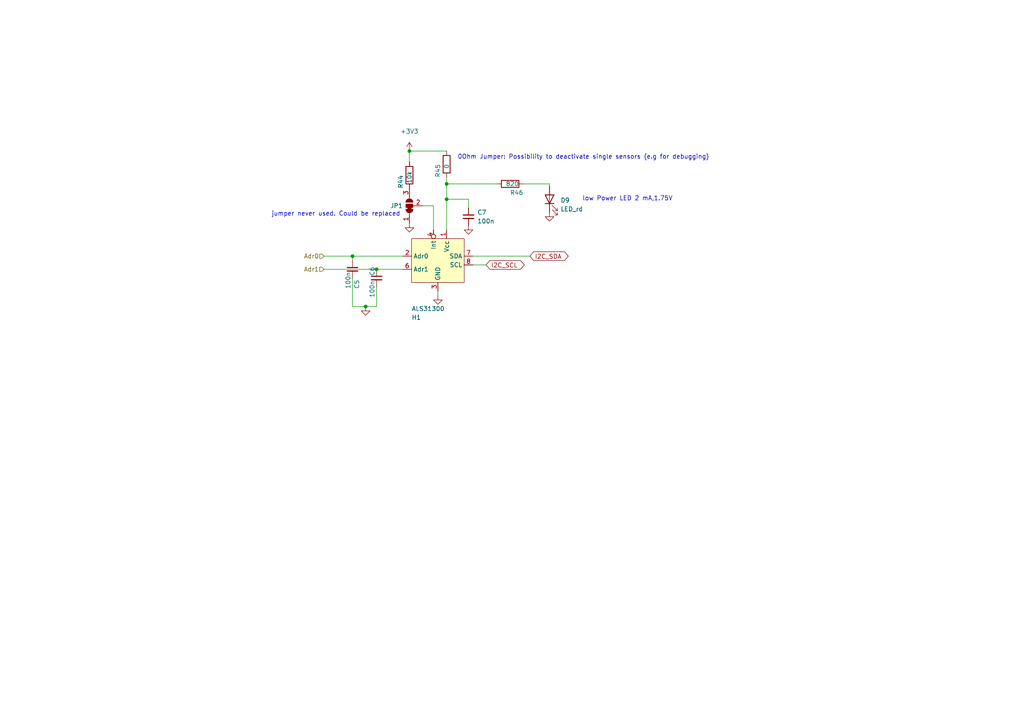
<source format=kicad_sch>
(kicad_sch (version 20230121) (generator eeschema)

  (uuid a79f98c3-8a9f-4236-a9ab-d77f0135e897)

  (paper "A4")

  (lib_symbols
    (symbol "1_ProjectSpecific:ALS31300" (in_bom yes) (on_board yes)
      (property "Reference" "H" (at 5.08 2.54 0)
        (effects (font (size 1.27 1.27)))
      )
      (property "Value" "ALS31300" (at 10.16 5.08 0)
        (effects (font (size 1.27 1.27)))
      )
      (property "Footprint" "" (at 2.54 0 0)
        (effects (font (size 1.27 1.27)) hide)
      )
      (property "Datasheet" "" (at 2.54 0 0)
        (effects (font (size 1.27 1.27)) hide)
      )
      (symbol "ALS31300_0_0"
        (pin power_in line (at 2.54 2.54 270) (length 2.54)
          (name "Vcc" (effects (font (size 1.27 1.27))))
          (number "1" (effects (font (size 1.27 1.27))))
        )
        (pin no_connect line (at -7.62 -20.32 0) (length 2.54) hide
          (name "NC" (effects (font (size 1.27 1.27))))
          (number "10" (effects (font (size 1.27 1.27))))
        )
        (pin input line (at -10.16 -5.08 0) (length 2.54)
          (name "Adr0" (effects (font (size 1.27 1.27))))
          (number "2" (effects (font (size 1.27 1.27))))
        )
        (pin power_out line (at 0 -15.24 90) (length 2.54)
          (name "GND" (effects (font (size 1.27 1.27))))
          (number "3" (effects (font (size 1.27 1.27))))
        )
        (pin input inverted (at -1.27 2.54 270) (length 2.54)
          (name "Int" (effects (font (size 1.27 1.27))))
          (number "4" (effects (font (size 1.27 1.27))))
        )
        (pin no_connect line (at -7.62 -15.24 0) (length 2.54) hide
          (name "NC" (effects (font (size 1.27 1.27))))
          (number "5" (effects (font (size 1.27 1.27))))
        )
        (pin input line (at -10.16 -8.89 0) (length 2.54)
          (name "Adr1" (effects (font (size 1.27 1.27))))
          (number "6" (effects (font (size 1.27 1.27))))
        )
        (pin bidirectional line (at 10.16 -5.08 180) (length 2.54)
          (name "SDA" (effects (font (size 1.27 1.27))))
          (number "7" (effects (font (size 1.27 1.27))))
        )
        (pin bidirectional line (at 10.16 -7.62 180) (length 2.54)
          (name "SCL" (effects (font (size 1.27 1.27))))
          (number "8" (effects (font (size 1.27 1.27))))
        )
        (pin no_connect line (at -7.62 -17.78 0) (length 2.54) hide
          (name "NC" (effects (font (size 1.27 1.27))))
          (number "9" (effects (font (size 1.27 1.27))))
        )
      )
      (symbol "ALS31300_0_1"
        (rectangle (start -7.62 0) (end 7.62 -12.7)
          (stroke (width 0) (type default))
          (fill (type background))
        )
      )
    )
    (symbol "Device:C_Small" (pin_numbers hide) (pin_names (offset 0.254) hide) (in_bom yes) (on_board yes)
      (property "Reference" "C" (at 0.254 1.778 0)
        (effects (font (size 1.27 1.27)) (justify left))
      )
      (property "Value" "C_Small" (at 0.254 -2.032 0)
        (effects (font (size 1.27 1.27)) (justify left))
      )
      (property "Footprint" "" (at 0 0 0)
        (effects (font (size 1.27 1.27)) hide)
      )
      (property "Datasheet" "~" (at 0 0 0)
        (effects (font (size 1.27 1.27)) hide)
      )
      (property "ki_keywords" "capacitor cap" (at 0 0 0)
        (effects (font (size 1.27 1.27)) hide)
      )
      (property "ki_description" "Unpolarized capacitor, small symbol" (at 0 0 0)
        (effects (font (size 1.27 1.27)) hide)
      )
      (property "ki_fp_filters" "C_*" (at 0 0 0)
        (effects (font (size 1.27 1.27)) hide)
      )
      (symbol "C_Small_0_1"
        (polyline
          (pts
            (xy -1.524 -0.508)
            (xy 1.524 -0.508)
          )
          (stroke (width 0.3302) (type default))
          (fill (type none))
        )
        (polyline
          (pts
            (xy -1.524 0.508)
            (xy 1.524 0.508)
          )
          (stroke (width 0.3048) (type default))
          (fill (type none))
        )
      )
      (symbol "C_Small_1_1"
        (pin passive line (at 0 2.54 270) (length 2.032)
          (name "~" (effects (font (size 1.27 1.27))))
          (number "1" (effects (font (size 1.27 1.27))))
        )
        (pin passive line (at 0 -2.54 90) (length 2.032)
          (name "~" (effects (font (size 1.27 1.27))))
          (number "2" (effects (font (size 1.27 1.27))))
        )
      )
    )
    (symbol "Device:LED" (pin_numbers hide) (pin_names (offset 1.016) hide) (in_bom yes) (on_board yes)
      (property "Reference" "D" (at 0 2.54 0)
        (effects (font (size 1.27 1.27)))
      )
      (property "Value" "LED" (at 0 -2.54 0)
        (effects (font (size 1.27 1.27)))
      )
      (property "Footprint" "" (at 0 0 0)
        (effects (font (size 1.27 1.27)) hide)
      )
      (property "Datasheet" "~" (at 0 0 0)
        (effects (font (size 1.27 1.27)) hide)
      )
      (property "ki_keywords" "LED diode" (at 0 0 0)
        (effects (font (size 1.27 1.27)) hide)
      )
      (property "ki_description" "Light emitting diode" (at 0 0 0)
        (effects (font (size 1.27 1.27)) hide)
      )
      (property "ki_fp_filters" "LED* LED_SMD:* LED_THT:*" (at 0 0 0)
        (effects (font (size 1.27 1.27)) hide)
      )
      (symbol "LED_0_1"
        (polyline
          (pts
            (xy -1.27 -1.27)
            (xy -1.27 1.27)
          )
          (stroke (width 0.254) (type default))
          (fill (type none))
        )
        (polyline
          (pts
            (xy -1.27 0)
            (xy 1.27 0)
          )
          (stroke (width 0) (type default))
          (fill (type none))
        )
        (polyline
          (pts
            (xy 1.27 -1.27)
            (xy 1.27 1.27)
            (xy -1.27 0)
            (xy 1.27 -1.27)
          )
          (stroke (width 0.254) (type default))
          (fill (type none))
        )
        (polyline
          (pts
            (xy -3.048 -0.762)
            (xy -4.572 -2.286)
            (xy -3.81 -2.286)
            (xy -4.572 -2.286)
            (xy -4.572 -1.524)
          )
          (stroke (width 0) (type default))
          (fill (type none))
        )
        (polyline
          (pts
            (xy -1.778 -0.762)
            (xy -3.302 -2.286)
            (xy -2.54 -2.286)
            (xy -3.302 -2.286)
            (xy -3.302 -1.524)
          )
          (stroke (width 0) (type default))
          (fill (type none))
        )
      )
      (symbol "LED_1_1"
        (pin passive line (at -3.81 0 0) (length 2.54)
          (name "K" (effects (font (size 1.27 1.27))))
          (number "1" (effects (font (size 1.27 1.27))))
        )
        (pin passive line (at 3.81 0 180) (length 2.54)
          (name "A" (effects (font (size 1.27 1.27))))
          (number "2" (effects (font (size 1.27 1.27))))
        )
      )
    )
    (symbol "Device:R" (pin_numbers hide) (pin_names (offset 0)) (in_bom yes) (on_board yes)
      (property "Reference" "R" (at 2.032 0 90)
        (effects (font (size 1.27 1.27)))
      )
      (property "Value" "R" (at 0 0 90)
        (effects (font (size 1.27 1.27)))
      )
      (property "Footprint" "" (at -1.778 0 90)
        (effects (font (size 1.27 1.27)) hide)
      )
      (property "Datasheet" "~" (at 0 0 0)
        (effects (font (size 1.27 1.27)) hide)
      )
      (property "ki_keywords" "R res resistor" (at 0 0 0)
        (effects (font (size 1.27 1.27)) hide)
      )
      (property "ki_description" "Resistor" (at 0 0 0)
        (effects (font (size 1.27 1.27)) hide)
      )
      (property "ki_fp_filters" "R_*" (at 0 0 0)
        (effects (font (size 1.27 1.27)) hide)
      )
      (symbol "R_0_1"
        (rectangle (start -1.016 -2.54) (end 1.016 2.54)
          (stroke (width 0.254) (type default))
          (fill (type none))
        )
      )
      (symbol "R_1_1"
        (pin passive line (at 0 3.81 270) (length 1.27)
          (name "~" (effects (font (size 1.27 1.27))))
          (number "1" (effects (font (size 1.27 1.27))))
        )
        (pin passive line (at 0 -3.81 90) (length 1.27)
          (name "~" (effects (font (size 1.27 1.27))))
          (number "2" (effects (font (size 1.27 1.27))))
        )
      )
    )
    (symbol "Jumper:SolderJumper_3_Bridged12" (pin_names (offset 0) hide) (in_bom yes) (on_board yes)
      (property "Reference" "JP" (at -2.54 -2.54 0)
        (effects (font (size 1.27 1.27)))
      )
      (property "Value" "SolderJumper_3_Bridged12" (at 0 2.794 0)
        (effects (font (size 1.27 1.27)))
      )
      (property "Footprint" "" (at 0 0 0)
        (effects (font (size 1.27 1.27)) hide)
      )
      (property "Datasheet" "~" (at 0 0 0)
        (effects (font (size 1.27 1.27)) hide)
      )
      (property "ki_keywords" "Solder Jumper SPDT" (at 0 0 0)
        (effects (font (size 1.27 1.27)) hide)
      )
      (property "ki_description" "3-pole Solder Jumper, pins 1+2 closed/bridged" (at 0 0 0)
        (effects (font (size 1.27 1.27)) hide)
      )
      (property "ki_fp_filters" "SolderJumper*Bridged12*" (at 0 0 0)
        (effects (font (size 1.27 1.27)) hide)
      )
      (symbol "SolderJumper_3_Bridged12_0_1"
        (rectangle (start -1.016 0.508) (end -0.508 -0.508)
          (stroke (width 0) (type default))
          (fill (type outline))
        )
        (arc (start -1.016 1.016) (mid -2.0276 0) (end -1.016 -1.016)
          (stroke (width 0) (type default))
          (fill (type none))
        )
        (arc (start -1.016 1.016) (mid -2.0276 0) (end -1.016 -1.016)
          (stroke (width 0) (type default))
          (fill (type outline))
        )
        (rectangle (start -0.508 1.016) (end 0.508 -1.016)
          (stroke (width 0) (type default))
          (fill (type outline))
        )
        (polyline
          (pts
            (xy -2.54 0)
            (xy -2.032 0)
          )
          (stroke (width 0) (type default))
          (fill (type none))
        )
        (polyline
          (pts
            (xy -1.016 1.016)
            (xy -1.016 -1.016)
          )
          (stroke (width 0) (type default))
          (fill (type none))
        )
        (polyline
          (pts
            (xy 0 -1.27)
            (xy 0 -1.016)
          )
          (stroke (width 0) (type default))
          (fill (type none))
        )
        (polyline
          (pts
            (xy 1.016 1.016)
            (xy 1.016 -1.016)
          )
          (stroke (width 0) (type default))
          (fill (type none))
        )
        (polyline
          (pts
            (xy 2.54 0)
            (xy 2.032 0)
          )
          (stroke (width 0) (type default))
          (fill (type none))
        )
        (arc (start 1.016 -1.016) (mid 2.0276 0) (end 1.016 1.016)
          (stroke (width 0) (type default))
          (fill (type none))
        )
        (arc (start 1.016 -1.016) (mid 2.0276 0) (end 1.016 1.016)
          (stroke (width 0) (type default))
          (fill (type outline))
        )
      )
      (symbol "SolderJumper_3_Bridged12_1_1"
        (pin passive line (at -5.08 0 0) (length 2.54)
          (name "A" (effects (font (size 1.27 1.27))))
          (number "1" (effects (font (size 1.27 1.27))))
        )
        (pin passive line (at 0 -3.81 90) (length 2.54)
          (name "C" (effects (font (size 1.27 1.27))))
          (number "2" (effects (font (size 1.27 1.27))))
        )
        (pin passive line (at 5.08 0 180) (length 2.54)
          (name "B" (effects (font (size 1.27 1.27))))
          (number "3" (effects (font (size 1.27 1.27))))
        )
      )
    )
    (symbol "power:+3.3V" (power) (pin_names (offset 0)) (in_bom yes) (on_board yes)
      (property "Reference" "#PWR" (at 0 -3.81 0)
        (effects (font (size 1.27 1.27)) hide)
      )
      (property "Value" "+3.3V" (at 0 3.556 0)
        (effects (font (size 1.27 1.27)))
      )
      (property "Footprint" "" (at 0 0 0)
        (effects (font (size 1.27 1.27)) hide)
      )
      (property "Datasheet" "" (at 0 0 0)
        (effects (font (size 1.27 1.27)) hide)
      )
      (property "ki_keywords" "power-flag" (at 0 0 0)
        (effects (font (size 1.27 1.27)) hide)
      )
      (property "ki_description" "Power symbol creates a global label with name \"+3.3V\"" (at 0 0 0)
        (effects (font (size 1.27 1.27)) hide)
      )
      (symbol "+3.3V_0_1"
        (polyline
          (pts
            (xy -0.762 1.27)
            (xy 0 2.54)
          )
          (stroke (width 0) (type default))
          (fill (type none))
        )
        (polyline
          (pts
            (xy 0 0)
            (xy 0 2.54)
          )
          (stroke (width 0) (type default))
          (fill (type none))
        )
        (polyline
          (pts
            (xy 0 2.54)
            (xy 0.762 1.27)
          )
          (stroke (width 0) (type default))
          (fill (type none))
        )
      )
      (symbol "+3.3V_1_1"
        (pin power_in line (at 0 0 90) (length 0) hide
          (name "+3V3" (effects (font (size 1.27 1.27))))
          (number "1" (effects (font (size 1.27 1.27))))
        )
      )
    )
    (symbol "power:GND" (power) (pin_names (offset 0)) (in_bom yes) (on_board yes)
      (property "Reference" "#PWR" (at 0 -6.35 0)
        (effects (font (size 1.27 1.27)) hide)
      )
      (property "Value" "GND" (at 0 -3.81 0)
        (effects (font (size 1.27 1.27)))
      )
      (property "Footprint" "" (at 0 0 0)
        (effects (font (size 1.27 1.27)) hide)
      )
      (property "Datasheet" "" (at 0 0 0)
        (effects (font (size 1.27 1.27)) hide)
      )
      (property "ki_keywords" "power-flag" (at 0 0 0)
        (effects (font (size 1.27 1.27)) hide)
      )
      (property "ki_description" "Power symbol creates a global label with name \"GND\" , ground" (at 0 0 0)
        (effects (font (size 1.27 1.27)) hide)
      )
      (symbol "GND_0_1"
        (polyline
          (pts
            (xy 0 0)
            (xy 0 -1.27)
            (xy 1.27 -1.27)
            (xy 0 -2.54)
            (xy -1.27 -1.27)
            (xy 0 -1.27)
          )
          (stroke (width 0) (type default))
          (fill (type none))
        )
      )
      (symbol "GND_1_1"
        (pin power_in line (at 0 0 270) (length 0) hide
          (name "GND" (effects (font (size 1.27 1.27))))
          (number "1" (effects (font (size 1.27 1.27))))
        )
      )
    )
  )

  (junction (at 106.045 88.9) (diameter 0) (color 0 0 0 0)
    (uuid 3649ba55-3e73-4d30-8f26-73dc4a5ac00c)
  )
  (junction (at 129.54 57.785) (diameter 0) (color 0 0 0 0)
    (uuid 534b8459-84d1-4758-a359-44eaf7616a8b)
  )
  (junction (at 102.235 74.295) (diameter 0) (color 0 0 0 0)
    (uuid 6e073515-db61-4423-b7e7-f42b3f6225be)
  )
  (junction (at 118.745 43.815) (diameter 0) (color 0 0 0 0)
    (uuid 917153fa-9d90-4d02-a485-8d08065584c2)
  )
  (junction (at 129.54 53.34) (diameter 0) (color 0 0 0 0)
    (uuid 94c20eb2-6f5f-44bf-b525-acedaf4b3c04)
  )
  (junction (at 109.22 78.105) (diameter 0) (color 0 0 0 0)
    (uuid c5436ca5-a339-4a67-8a83-b8838b9047a9)
  )

  (wire (pts (xy 129.54 53.34) (xy 144.145 53.34))
    (stroke (width 0) (type default))
    (uuid 059adb6c-6c02-451f-8a93-35d98e388f5f)
  )
  (wire (pts (xy 137.16 76.835) (xy 140.97 76.835))
    (stroke (width 0) (type default))
    (uuid 16fc7e98-1925-4bf4-b633-01ad371ecc00)
  )
  (wire (pts (xy 129.54 51.435) (xy 129.54 53.34))
    (stroke (width 0) (type default))
    (uuid 17f9a409-8f81-41c9-9e31-ee42ec4e1adf)
  )
  (wire (pts (xy 102.235 80.645) (xy 102.235 88.9))
    (stroke (width 0) (type default))
    (uuid 18f43637-382b-47f2-842f-9b987603d832)
  )
  (wire (pts (xy 106.045 88.9) (xy 109.22 88.9))
    (stroke (width 0) (type default))
    (uuid 4f1f045e-b8df-4ba1-b40d-b82ca4e366f6)
  )
  (wire (pts (xy 129.54 57.785) (xy 129.54 66.675))
    (stroke (width 0) (type default))
    (uuid 4f299205-4cbd-429e-8236-92c1b7258b07)
  )
  (wire (pts (xy 127 84.455) (xy 127 85.725))
    (stroke (width 0) (type default))
    (uuid 5987a137-27d1-4fee-8114-98e0c8890870)
  )
  (wire (pts (xy 93.98 74.295) (xy 102.235 74.295))
    (stroke (width 0) (type default))
    (uuid 609ba021-4993-474a-8a76-31e4234225db)
  )
  (wire (pts (xy 102.235 74.295) (xy 102.235 75.565))
    (stroke (width 0) (type default))
    (uuid 61b5a5d0-ecb0-4906-8549-adc6806a3a60)
  )
  (wire (pts (xy 129.54 53.34) (xy 129.54 57.785))
    (stroke (width 0) (type default))
    (uuid 6f2158cd-f5e2-48a3-b76b-eb46e8efd9b3)
  )
  (wire (pts (xy 125.73 59.69) (xy 125.73 66.675))
    (stroke (width 0) (type default))
    (uuid 7638b0e3-304c-4a57-9d3b-bfd42ffd033e)
  )
  (wire (pts (xy 135.89 60.325) (xy 135.89 57.785))
    (stroke (width 0) (type default))
    (uuid 8f0ae0ca-28e3-4bc5-b675-5306d5db5986)
  )
  (wire (pts (xy 109.22 78.105) (xy 116.84 78.105))
    (stroke (width 0) (type default))
    (uuid 98ed8a75-b168-4066-ba73-3957e17d4bdb)
  )
  (wire (pts (xy 109.22 88.9) (xy 109.22 83.185))
    (stroke (width 0) (type default))
    (uuid aa4b0bf3-bbe8-4ab3-8654-c18168c4f9e2)
  )
  (wire (pts (xy 102.235 88.9) (xy 106.045 88.9))
    (stroke (width 0) (type default))
    (uuid ba5ee939-a48c-4bf9-a641-71c959a4d3f6)
  )
  (wire (pts (xy 118.745 43.815) (xy 118.745 46.99))
    (stroke (width 0) (type default))
    (uuid bb22819c-02b9-468f-87c5-75a4564c2da4)
  )
  (wire (pts (xy 159.385 53.34) (xy 159.385 53.975))
    (stroke (width 0) (type default))
    (uuid bed9442f-0fe4-4cab-af62-f4eabccb9680)
  )
  (wire (pts (xy 151.765 53.34) (xy 159.385 53.34))
    (stroke (width 0) (type default))
    (uuid c9d71bbf-08af-486f-a8f3-b5ee640a21f5)
  )
  (wire (pts (xy 118.745 43.815) (xy 129.54 43.815))
    (stroke (width 0) (type default))
    (uuid d999f0d6-7155-43e9-a18b-26202bd7a02f)
  )
  (wire (pts (xy 93.98 78.105) (xy 109.22 78.105))
    (stroke (width 0) (type default))
    (uuid de942e18-c327-4aae-9fa2-e1389fe22a37)
  )
  (wire (pts (xy 116.84 74.295) (xy 102.235 74.295))
    (stroke (width 0) (type default))
    (uuid e8880d8f-c8aa-43e9-adf9-1ecd006d7629)
  )
  (wire (pts (xy 137.16 74.295) (xy 153.67 74.295))
    (stroke (width 0) (type default))
    (uuid f5e3ae04-2991-4326-aa77-897fa9585fe5)
  )
  (wire (pts (xy 129.54 57.785) (xy 135.89 57.785))
    (stroke (width 0) (type default))
    (uuid f7815787-f12c-4dd0-bae4-9cc46834c7a2)
  )
  (wire (pts (xy 122.555 59.69) (xy 125.73 59.69))
    (stroke (width 0) (type default))
    (uuid f97cd414-bd6d-4d0e-a15d-a056ff65397e)
  )

  (text "low Power LED 2 mA,1.75V" (at 168.91 58.42 0)
    (effects (font (size 1.27 1.27)) (justify left bottom))
    (uuid 0b540927-eb93-4fef-90de-fa83b8859506)
  )
  (text "jumper never used. Could be replaced" (at 78.74 62.865 0)
    (effects (font (size 1.27 1.27)) (justify left bottom))
    (uuid 2a47a6c9-ae9f-4c3f-b26d-a650d220e5a0)
  )
  (text "0Ohm Jumper: Possibility to deactivate single sensors (e.g for debugging)"
    (at 132.715 46.355 0)
    (effects (font (size 1.27 1.27)) (justify left bottom))
    (uuid be801958-ee59-437c-8d0a-f53f6def0b22)
  )

  (global_label "I2C_SDA" (shape bidirectional) (at 153.67 74.295 0) (fields_autoplaced)
    (effects (font (size 1.27 1.27)) (justify left))
    (uuid 7cf702c6-1531-4d60-81f6-85df7210c834)
    (property "Intersheetrefs" "${INTERSHEET_REFS}" (at 163.7031 74.2156 0)
      (effects (font (size 1.27 1.27)) (justify left) hide)
    )
  )
  (global_label "I2C_SCL" (shape bidirectional) (at 140.97 76.835 0) (fields_autoplaced)
    (effects (font (size 1.27 1.27)) (justify left))
    (uuid 81dba2db-f83c-4358-b126-220f3aa7db56)
    (property "Intersheetrefs" "${INTERSHEET_REFS}" (at 150.9426 76.7556 0)
      (effects (font (size 1.27 1.27)) (justify left) hide)
    )
  )

  (hierarchical_label "Adr0" (shape input) (at 93.98 74.295 180) (fields_autoplaced)
    (effects (font (size 1.27 1.27)) (justify right))
    (uuid 6a2d3c83-14d0-47e6-b07e-4c4244edef92)
  )
  (hierarchical_label "Adr1" (shape input) (at 93.98 78.105 180) (fields_autoplaced)
    (effects (font (size 1.27 1.27)) (justify right))
    (uuid e0fc6280-1ff0-4d60-bc40-0533a552aa63)
  )

  (symbol (lib_id "Device:C_Small") (at 109.22 80.645 0) (unit 1)
    (in_bom yes) (on_board yes) (dnp no)
    (uuid 074fcfd9-3831-41f3-b921-01b2a83ed0f7)
    (property "Reference" "C6" (at 107.95 80.01 90)
      (effects (font (size 1.27 1.27)) (justify left))
    )
    (property "Value" "100n" (at 107.95 86.36 90)
      (effects (font (size 1.27 1.27)) (justify left))
    )
    (property "Footprint" "Resistor_SMD:R_0603_1608Metric_Pad0.98x0.95mm_HandSolder" (at 109.22 80.645 0)
      (effects (font (size 1.27 1.27)) hide)
    )
    (property "Datasheet" "~" (at 109.22 80.645 0)
      (effects (font (size 1.27 1.27)) hide)
    )
    (pin "1" (uuid 232ff46d-1187-4af2-962b-18cccd1afc32))
    (pin "2" (uuid 04d13975-21d8-469c-a11e-750b38fc074e))
    (instances
      (project "Hall_Probe_8Ch"
        (path "/eaef1172-3351-417c-bfc4-74a598f141cb/5669b03a-cb3c-4e17-8b4b-9ed850762887/158eb6b1-93f4-4fdc-a942-ff6eb9624f70"
          (reference "C6") (unit 1)
        )
        (path "/eaef1172-3351-417c-bfc4-74a598f141cb/5669b03a-cb3c-4e17-8b4b-9ed850762887/69842da6-c56f-430f-8d11-a16e4774c084"
          (reference "C9") (unit 1)
        )
        (path "/eaef1172-3351-417c-bfc4-74a598f141cb/5669b03a-cb3c-4e17-8b4b-9ed850762887/8a363ec9-8665-4f1b-b3d2-cde6f1095095"
          (reference "C12") (unit 1)
        )
        (path "/eaef1172-3351-417c-bfc4-74a598f141cb/5669b03a-cb3c-4e17-8b4b-9ed850762887/f07f7839-a5e0-4cca-abc5-5439ea065a5b"
          (reference "C15") (unit 1)
        )
        (path "/eaef1172-3351-417c-bfc4-74a598f141cb/5669b03a-cb3c-4e17-8b4b-9ed850762887/569a3cbb-12f7-4dfa-9763-ea678c314be6"
          (reference "C18") (unit 1)
        )
        (path "/eaef1172-3351-417c-bfc4-74a598f141cb/5669b03a-cb3c-4e17-8b4b-9ed850762887/8490384f-3e59-4f9c-97df-230e7c0a58d8"
          (reference "C21") (unit 1)
        )
        (path "/eaef1172-3351-417c-bfc4-74a598f141cb/5669b03a-cb3c-4e17-8b4b-9ed850762887/cd51d0fa-eb85-45fd-bb91-5f1b76792b45"
          (reference "C24") (unit 1)
        )
        (path "/eaef1172-3351-417c-bfc4-74a598f141cb/5669b03a-cb3c-4e17-8b4b-9ed850762887/fc23ea34-3bce-43fe-a150-0e5ced943999"
          (reference "C27") (unit 1)
        )
      )
    )
  )

  (symbol (lib_id "Device:C_Small") (at 102.235 78.105 0) (unit 1)
    (in_bom yes) (on_board yes) (dnp no)
    (uuid 2080ff40-6d93-453f-815a-1ef532eb7a0f)
    (property "Reference" "C5" (at 103.505 83.82 90)
      (effects (font (size 1.27 1.27)) (justify left))
    )
    (property "Value" "100n" (at 100.965 83.82 90)
      (effects (font (size 1.27 1.27)) (justify left))
    )
    (property "Footprint" "Resistor_SMD:R_0603_1608Metric_Pad0.98x0.95mm_HandSolder" (at 102.235 78.105 0)
      (effects (font (size 1.27 1.27)) hide)
    )
    (property "Datasheet" "~" (at 102.235 78.105 0)
      (effects (font (size 1.27 1.27)) hide)
    )
    (pin "1" (uuid 9dc5e74e-fc7b-487f-8edb-890f45c3456f))
    (pin "2" (uuid 59962c6b-70be-4df0-96e9-961a7b71bf95))
    (instances
      (project "Hall_Probe_8Ch"
        (path "/eaef1172-3351-417c-bfc4-74a598f141cb/5669b03a-cb3c-4e17-8b4b-9ed850762887/158eb6b1-93f4-4fdc-a942-ff6eb9624f70"
          (reference "C5") (unit 1)
        )
        (path "/eaef1172-3351-417c-bfc4-74a598f141cb/5669b03a-cb3c-4e17-8b4b-9ed850762887/69842da6-c56f-430f-8d11-a16e4774c084"
          (reference "C8") (unit 1)
        )
        (path "/eaef1172-3351-417c-bfc4-74a598f141cb/5669b03a-cb3c-4e17-8b4b-9ed850762887/8a363ec9-8665-4f1b-b3d2-cde6f1095095"
          (reference "C11") (unit 1)
        )
        (path "/eaef1172-3351-417c-bfc4-74a598f141cb/5669b03a-cb3c-4e17-8b4b-9ed850762887/f07f7839-a5e0-4cca-abc5-5439ea065a5b"
          (reference "C14") (unit 1)
        )
        (path "/eaef1172-3351-417c-bfc4-74a598f141cb/5669b03a-cb3c-4e17-8b4b-9ed850762887/569a3cbb-12f7-4dfa-9763-ea678c314be6"
          (reference "C17") (unit 1)
        )
        (path "/eaef1172-3351-417c-bfc4-74a598f141cb/5669b03a-cb3c-4e17-8b4b-9ed850762887/8490384f-3e59-4f9c-97df-230e7c0a58d8"
          (reference "C20") (unit 1)
        )
        (path "/eaef1172-3351-417c-bfc4-74a598f141cb/5669b03a-cb3c-4e17-8b4b-9ed850762887/cd51d0fa-eb85-45fd-bb91-5f1b76792b45"
          (reference "C23") (unit 1)
        )
        (path "/eaef1172-3351-417c-bfc4-74a598f141cb/5669b03a-cb3c-4e17-8b4b-9ed850762887/fc23ea34-3bce-43fe-a150-0e5ced943999"
          (reference "C26") (unit 1)
        )
      )
    )
  )

  (symbol (lib_id "Device:LED") (at 159.385 57.785 90) (unit 1)
    (in_bom yes) (on_board yes) (dnp no) (fields_autoplaced)
    (uuid 3baa6634-5a35-45eb-b425-735e9d614759)
    (property "Reference" "D9" (at 162.56 58.1024 90)
      (effects (font (size 1.27 1.27)) (justify right))
    )
    (property "Value" "LED_rd" (at 162.56 60.6424 90)
      (effects (font (size 1.27 1.27)) (justify right))
    )
    (property "Footprint" "LED_SMD:LED_0603_1608Metric_Pad1.05x0.95mm_HandSolder" (at 159.385 57.785 0)
      (effects (font (size 1.27 1.27)) hide)
    )
    (property "Datasheet" "~" (at 159.385 57.785 0)
      (effects (font (size 1.27 1.27)) hide)
    )
    (pin "1" (uuid b2d31264-6763-4f0a-8958-e1a457968fd8))
    (pin "2" (uuid e8cdf5e9-a98f-4127-be0e-2e2e02a0f102))
    (instances
      (project "Hall_Probe_8Ch"
        (path "/eaef1172-3351-417c-bfc4-74a598f141cb/5669b03a-cb3c-4e17-8b4b-9ed850762887/158eb6b1-93f4-4fdc-a942-ff6eb9624f70"
          (reference "D9") (unit 1)
        )
        (path "/eaef1172-3351-417c-bfc4-74a598f141cb/5669b03a-cb3c-4e17-8b4b-9ed850762887/69842da6-c56f-430f-8d11-a16e4774c084"
          (reference "D10") (unit 1)
        )
        (path "/eaef1172-3351-417c-bfc4-74a598f141cb/5669b03a-cb3c-4e17-8b4b-9ed850762887/8a363ec9-8665-4f1b-b3d2-cde6f1095095"
          (reference "D11") (unit 1)
        )
        (path "/eaef1172-3351-417c-bfc4-74a598f141cb/5669b03a-cb3c-4e17-8b4b-9ed850762887/f07f7839-a5e0-4cca-abc5-5439ea065a5b"
          (reference "D12") (unit 1)
        )
        (path "/eaef1172-3351-417c-bfc4-74a598f141cb/5669b03a-cb3c-4e17-8b4b-9ed850762887/569a3cbb-12f7-4dfa-9763-ea678c314be6"
          (reference "D13") (unit 1)
        )
        (path "/eaef1172-3351-417c-bfc4-74a598f141cb/5669b03a-cb3c-4e17-8b4b-9ed850762887/8490384f-3e59-4f9c-97df-230e7c0a58d8"
          (reference "D14") (unit 1)
        )
        (path "/eaef1172-3351-417c-bfc4-74a598f141cb/5669b03a-cb3c-4e17-8b4b-9ed850762887/cd51d0fa-eb85-45fd-bb91-5f1b76792b45"
          (reference "D15") (unit 1)
        )
        (path "/eaef1172-3351-417c-bfc4-74a598f141cb/5669b03a-cb3c-4e17-8b4b-9ed850762887/fc23ea34-3bce-43fe-a150-0e5ced943999"
          (reference "D16") (unit 1)
        )
      )
    )
  )

  (symbol (lib_id "power:GND") (at 135.89 65.405 0) (unit 1)
    (in_bom yes) (on_board yes) (dnp no) (fields_autoplaced)
    (uuid 46ea4cbf-4301-4035-bdca-48d198cbaf45)
    (property "Reference" "#PWR0135" (at 135.89 71.755 0)
      (effects (font (size 1.27 1.27)) hide)
    )
    (property "Value" "GND" (at 135.89 70.485 0)
      (effects (font (size 1.27 1.27)) hide)
    )
    (property "Footprint" "" (at 135.89 65.405 0)
      (effects (font (size 1.27 1.27)) hide)
    )
    (property "Datasheet" "" (at 135.89 65.405 0)
      (effects (font (size 1.27 1.27)) hide)
    )
    (pin "1" (uuid 450edd99-282c-4f9c-a02d-a8c42436fb50))
    (instances
      (project "Hall_Probe_8Ch"
        (path "/eaef1172-3351-417c-bfc4-74a598f141cb/5669b03a-cb3c-4e17-8b4b-9ed850762887/158eb6b1-93f4-4fdc-a942-ff6eb9624f70"
          (reference "#PWR0135") (unit 1)
        )
        (path "/eaef1172-3351-417c-bfc4-74a598f141cb/5669b03a-cb3c-4e17-8b4b-9ed850762887/69842da6-c56f-430f-8d11-a16e4774c084"
          (reference "#PWR0141") (unit 1)
        )
        (path "/eaef1172-3351-417c-bfc4-74a598f141cb/5669b03a-cb3c-4e17-8b4b-9ed850762887/8a363ec9-8665-4f1b-b3d2-cde6f1095095"
          (reference "#PWR0147") (unit 1)
        )
        (path "/eaef1172-3351-417c-bfc4-74a598f141cb/5669b03a-cb3c-4e17-8b4b-9ed850762887/f07f7839-a5e0-4cca-abc5-5439ea065a5b"
          (reference "#PWR0153") (unit 1)
        )
        (path "/eaef1172-3351-417c-bfc4-74a598f141cb/5669b03a-cb3c-4e17-8b4b-9ed850762887/569a3cbb-12f7-4dfa-9763-ea678c314be6"
          (reference "#PWR0159") (unit 1)
        )
        (path "/eaef1172-3351-417c-bfc4-74a598f141cb/5669b03a-cb3c-4e17-8b4b-9ed850762887/8490384f-3e59-4f9c-97df-230e7c0a58d8"
          (reference "#PWR0165") (unit 1)
        )
        (path "/eaef1172-3351-417c-bfc4-74a598f141cb/5669b03a-cb3c-4e17-8b4b-9ed850762887/cd51d0fa-eb85-45fd-bb91-5f1b76792b45"
          (reference "#PWR0171") (unit 1)
        )
        (path "/eaef1172-3351-417c-bfc4-74a598f141cb/5669b03a-cb3c-4e17-8b4b-9ed850762887/fc23ea34-3bce-43fe-a150-0e5ced943999"
          (reference "#PWR0177") (unit 1)
        )
      )
    )
  )

  (symbol (lib_id "power:GND") (at 159.385 61.595 0) (unit 1)
    (in_bom yes) (on_board yes) (dnp no) (fields_autoplaced)
    (uuid 631cc7b5-aafa-44c8-b35c-7c7491efead2)
    (property "Reference" "#PWR0134" (at 159.385 67.945 0)
      (effects (font (size 1.27 1.27)) hide)
    )
    (property "Value" "GND" (at 159.385 66.675 0)
      (effects (font (size 1.27 1.27)) hide)
    )
    (property "Footprint" "" (at 159.385 61.595 0)
      (effects (font (size 1.27 1.27)) hide)
    )
    (property "Datasheet" "" (at 159.385 61.595 0)
      (effects (font (size 1.27 1.27)) hide)
    )
    (pin "1" (uuid be437b1c-ed38-45ce-8363-d93548ef84d0))
    (instances
      (project "Hall_Probe_8Ch"
        (path "/eaef1172-3351-417c-bfc4-74a598f141cb/5669b03a-cb3c-4e17-8b4b-9ed850762887/158eb6b1-93f4-4fdc-a942-ff6eb9624f70"
          (reference "#PWR0134") (unit 1)
        )
        (path "/eaef1172-3351-417c-bfc4-74a598f141cb/5669b03a-cb3c-4e17-8b4b-9ed850762887/69842da6-c56f-430f-8d11-a16e4774c084"
          (reference "#PWR0140") (unit 1)
        )
        (path "/eaef1172-3351-417c-bfc4-74a598f141cb/5669b03a-cb3c-4e17-8b4b-9ed850762887/8a363ec9-8665-4f1b-b3d2-cde6f1095095"
          (reference "#PWR0146") (unit 1)
        )
        (path "/eaef1172-3351-417c-bfc4-74a598f141cb/5669b03a-cb3c-4e17-8b4b-9ed850762887/f07f7839-a5e0-4cca-abc5-5439ea065a5b"
          (reference "#PWR0152") (unit 1)
        )
        (path "/eaef1172-3351-417c-bfc4-74a598f141cb/5669b03a-cb3c-4e17-8b4b-9ed850762887/569a3cbb-12f7-4dfa-9763-ea678c314be6"
          (reference "#PWR0158") (unit 1)
        )
        (path "/eaef1172-3351-417c-bfc4-74a598f141cb/5669b03a-cb3c-4e17-8b4b-9ed850762887/8490384f-3e59-4f9c-97df-230e7c0a58d8"
          (reference "#PWR0164") (unit 1)
        )
        (path "/eaef1172-3351-417c-bfc4-74a598f141cb/5669b03a-cb3c-4e17-8b4b-9ed850762887/cd51d0fa-eb85-45fd-bb91-5f1b76792b45"
          (reference "#PWR0170") (unit 1)
        )
        (path "/eaef1172-3351-417c-bfc4-74a598f141cb/5669b03a-cb3c-4e17-8b4b-9ed850762887/fc23ea34-3bce-43fe-a150-0e5ced943999"
          (reference "#PWR0176") (unit 1)
        )
      )
    )
  )

  (symbol (lib_id "power:GND") (at 127 85.725 0) (unit 1)
    (in_bom yes) (on_board yes) (dnp no) (fields_autoplaced)
    (uuid 6512b3cd-5f8c-4cc6-a60e-13bf8c5ade40)
    (property "Reference" "#PWR0136" (at 127 92.075 0)
      (effects (font (size 1.27 1.27)) hide)
    )
    (property "Value" "GND" (at 127 90.805 0)
      (effects (font (size 1.27 1.27)) hide)
    )
    (property "Footprint" "" (at 127 85.725 0)
      (effects (font (size 1.27 1.27)) hide)
    )
    (property "Datasheet" "" (at 127 85.725 0)
      (effects (font (size 1.27 1.27)) hide)
    )
    (pin "1" (uuid f9476595-9a2f-45ac-94a5-f897a63a34e0))
    (instances
      (project "Hall_Probe_8Ch"
        (path "/eaef1172-3351-417c-bfc4-74a598f141cb/5669b03a-cb3c-4e17-8b4b-9ed850762887/158eb6b1-93f4-4fdc-a942-ff6eb9624f70"
          (reference "#PWR0136") (unit 1)
        )
        (path "/eaef1172-3351-417c-bfc4-74a598f141cb/5669b03a-cb3c-4e17-8b4b-9ed850762887/69842da6-c56f-430f-8d11-a16e4774c084"
          (reference "#PWR0142") (unit 1)
        )
        (path "/eaef1172-3351-417c-bfc4-74a598f141cb/5669b03a-cb3c-4e17-8b4b-9ed850762887/8a363ec9-8665-4f1b-b3d2-cde6f1095095"
          (reference "#PWR0148") (unit 1)
        )
        (path "/eaef1172-3351-417c-bfc4-74a598f141cb/5669b03a-cb3c-4e17-8b4b-9ed850762887/f07f7839-a5e0-4cca-abc5-5439ea065a5b"
          (reference "#PWR0154") (unit 1)
        )
        (path "/eaef1172-3351-417c-bfc4-74a598f141cb/5669b03a-cb3c-4e17-8b4b-9ed850762887/569a3cbb-12f7-4dfa-9763-ea678c314be6"
          (reference "#PWR0160") (unit 1)
        )
        (path "/eaef1172-3351-417c-bfc4-74a598f141cb/5669b03a-cb3c-4e17-8b4b-9ed850762887/8490384f-3e59-4f9c-97df-230e7c0a58d8"
          (reference "#PWR0166") (unit 1)
        )
        (path "/eaef1172-3351-417c-bfc4-74a598f141cb/5669b03a-cb3c-4e17-8b4b-9ed850762887/cd51d0fa-eb85-45fd-bb91-5f1b76792b45"
          (reference "#PWR0172") (unit 1)
        )
        (path "/eaef1172-3351-417c-bfc4-74a598f141cb/5669b03a-cb3c-4e17-8b4b-9ed850762887/fc23ea34-3bce-43fe-a150-0e5ced943999"
          (reference "#PWR0178") (unit 1)
        )
      )
    )
  )

  (symbol (lib_id "power:GND") (at 106.045 88.9 0) (unit 1)
    (in_bom yes) (on_board yes) (dnp no) (fields_autoplaced)
    (uuid 6fd485b0-ff2f-4e2d-8c8a-53bd351525ec)
    (property "Reference" "#PWR0138" (at 106.045 95.25 0)
      (effects (font (size 1.27 1.27)) hide)
    )
    (property "Value" "GND" (at 106.045 93.98 0)
      (effects (font (size 1.27 1.27)) hide)
    )
    (property "Footprint" "" (at 106.045 88.9 0)
      (effects (font (size 1.27 1.27)) hide)
    )
    (property "Datasheet" "" (at 106.045 88.9 0)
      (effects (font (size 1.27 1.27)) hide)
    )
    (pin "1" (uuid f24533af-1762-49e8-b3c0-45a690ec5d02))
    (instances
      (project "Hall_Probe_8Ch"
        (path "/eaef1172-3351-417c-bfc4-74a598f141cb/5669b03a-cb3c-4e17-8b4b-9ed850762887/158eb6b1-93f4-4fdc-a942-ff6eb9624f70"
          (reference "#PWR0138") (unit 1)
        )
        (path "/eaef1172-3351-417c-bfc4-74a598f141cb/5669b03a-cb3c-4e17-8b4b-9ed850762887/69842da6-c56f-430f-8d11-a16e4774c084"
          (reference "#PWR0144") (unit 1)
        )
        (path "/eaef1172-3351-417c-bfc4-74a598f141cb/5669b03a-cb3c-4e17-8b4b-9ed850762887/8a363ec9-8665-4f1b-b3d2-cde6f1095095"
          (reference "#PWR0150") (unit 1)
        )
        (path "/eaef1172-3351-417c-bfc4-74a598f141cb/5669b03a-cb3c-4e17-8b4b-9ed850762887/f07f7839-a5e0-4cca-abc5-5439ea065a5b"
          (reference "#PWR0156") (unit 1)
        )
        (path "/eaef1172-3351-417c-bfc4-74a598f141cb/5669b03a-cb3c-4e17-8b4b-9ed850762887/569a3cbb-12f7-4dfa-9763-ea678c314be6"
          (reference "#PWR0162") (unit 1)
        )
        (path "/eaef1172-3351-417c-bfc4-74a598f141cb/5669b03a-cb3c-4e17-8b4b-9ed850762887/8490384f-3e59-4f9c-97df-230e7c0a58d8"
          (reference "#PWR0168") (unit 1)
        )
        (path "/eaef1172-3351-417c-bfc4-74a598f141cb/5669b03a-cb3c-4e17-8b4b-9ed850762887/cd51d0fa-eb85-45fd-bb91-5f1b76792b45"
          (reference "#PWR0174") (unit 1)
        )
        (path "/eaef1172-3351-417c-bfc4-74a598f141cb/5669b03a-cb3c-4e17-8b4b-9ed850762887/fc23ea34-3bce-43fe-a150-0e5ced943999"
          (reference "#PWR0180") (unit 1)
        )
      )
    )
  )

  (symbol (lib_id "power:+3.3V") (at 118.745 43.815 0) (unit 1)
    (in_bom yes) (on_board yes) (dnp no) (fields_autoplaced)
    (uuid 778f2392-3926-4825-9e15-67925b5cad04)
    (property "Reference" "#PWR0133" (at 118.745 47.625 0)
      (effects (font (size 1.27 1.27)) hide)
    )
    (property "Value" "+3.3V" (at 118.745 38.1 0)
      (effects (font (size 1.27 1.27)))
    )
    (property "Footprint" "" (at 118.745 43.815 0)
      (effects (font (size 1.27 1.27)) hide)
    )
    (property "Datasheet" "" (at 118.745 43.815 0)
      (effects (font (size 1.27 1.27)) hide)
    )
    (pin "1" (uuid da33a0d4-201a-4f82-b818-57f7763fb363))
    (instances
      (project "Hall_Probe_8Ch"
        (path "/eaef1172-3351-417c-bfc4-74a598f141cb/5669b03a-cb3c-4e17-8b4b-9ed850762887/158eb6b1-93f4-4fdc-a942-ff6eb9624f70"
          (reference "#PWR0133") (unit 1)
        )
        (path "/eaef1172-3351-417c-bfc4-74a598f141cb/5669b03a-cb3c-4e17-8b4b-9ed850762887/69842da6-c56f-430f-8d11-a16e4774c084"
          (reference "#PWR0139") (unit 1)
        )
        (path "/eaef1172-3351-417c-bfc4-74a598f141cb/5669b03a-cb3c-4e17-8b4b-9ed850762887/8a363ec9-8665-4f1b-b3d2-cde6f1095095"
          (reference "#PWR0145") (unit 1)
        )
        (path "/eaef1172-3351-417c-bfc4-74a598f141cb/5669b03a-cb3c-4e17-8b4b-9ed850762887/f07f7839-a5e0-4cca-abc5-5439ea065a5b"
          (reference "#PWR0151") (unit 1)
        )
        (path "/eaef1172-3351-417c-bfc4-74a598f141cb/5669b03a-cb3c-4e17-8b4b-9ed850762887/569a3cbb-12f7-4dfa-9763-ea678c314be6"
          (reference "#PWR0157") (unit 1)
        )
        (path "/eaef1172-3351-417c-bfc4-74a598f141cb/5669b03a-cb3c-4e17-8b4b-9ed850762887/8490384f-3e59-4f9c-97df-230e7c0a58d8"
          (reference "#PWR0163") (unit 1)
        )
        (path "/eaef1172-3351-417c-bfc4-74a598f141cb/5669b03a-cb3c-4e17-8b4b-9ed850762887/cd51d0fa-eb85-45fd-bb91-5f1b76792b45"
          (reference "#PWR0169") (unit 1)
        )
        (path "/eaef1172-3351-417c-bfc4-74a598f141cb/5669b03a-cb3c-4e17-8b4b-9ed850762887/fc23ea34-3bce-43fe-a150-0e5ced943999"
          (reference "#PWR0175") (unit 1)
        )
      )
    )
  )

  (symbol (lib_id "Device:C_Small") (at 135.89 62.865 0) (unit 1)
    (in_bom yes) (on_board yes) (dnp no) (fields_autoplaced)
    (uuid 7b13f32e-dbf3-4b0c-973f-33b2045016c0)
    (property "Reference" "C7" (at 138.43 61.6012 0)
      (effects (font (size 1.27 1.27)) (justify left))
    )
    (property "Value" "100n" (at 138.43 64.1412 0)
      (effects (font (size 1.27 1.27)) (justify left))
    )
    (property "Footprint" "Resistor_SMD:R_0603_1608Metric_Pad0.98x0.95mm_HandSolder" (at 135.89 62.865 0)
      (effects (font (size 1.27 1.27)) hide)
    )
    (property "Datasheet" "~" (at 135.89 62.865 0)
      (effects (font (size 1.27 1.27)) hide)
    )
    (pin "1" (uuid f907dacf-a16d-4e6a-bbf5-c2b523e6f7cd))
    (pin "2" (uuid 4a1f4184-af32-4810-a9a5-8282b23f0245))
    (instances
      (project "Hall_Probe_8Ch"
        (path "/eaef1172-3351-417c-bfc4-74a598f141cb/5669b03a-cb3c-4e17-8b4b-9ed850762887/158eb6b1-93f4-4fdc-a942-ff6eb9624f70"
          (reference "C7") (unit 1)
        )
        (path "/eaef1172-3351-417c-bfc4-74a598f141cb/5669b03a-cb3c-4e17-8b4b-9ed850762887/69842da6-c56f-430f-8d11-a16e4774c084"
          (reference "C10") (unit 1)
        )
        (path "/eaef1172-3351-417c-bfc4-74a598f141cb/5669b03a-cb3c-4e17-8b4b-9ed850762887/8a363ec9-8665-4f1b-b3d2-cde6f1095095"
          (reference "C13") (unit 1)
        )
        (path "/eaef1172-3351-417c-bfc4-74a598f141cb/5669b03a-cb3c-4e17-8b4b-9ed850762887/f07f7839-a5e0-4cca-abc5-5439ea065a5b"
          (reference "C16") (unit 1)
        )
        (path "/eaef1172-3351-417c-bfc4-74a598f141cb/5669b03a-cb3c-4e17-8b4b-9ed850762887/569a3cbb-12f7-4dfa-9763-ea678c314be6"
          (reference "C19") (unit 1)
        )
        (path "/eaef1172-3351-417c-bfc4-74a598f141cb/5669b03a-cb3c-4e17-8b4b-9ed850762887/8490384f-3e59-4f9c-97df-230e7c0a58d8"
          (reference "C22") (unit 1)
        )
        (path "/eaef1172-3351-417c-bfc4-74a598f141cb/5669b03a-cb3c-4e17-8b4b-9ed850762887/cd51d0fa-eb85-45fd-bb91-5f1b76792b45"
          (reference "C25") (unit 1)
        )
        (path "/eaef1172-3351-417c-bfc4-74a598f141cb/5669b03a-cb3c-4e17-8b4b-9ed850762887/fc23ea34-3bce-43fe-a150-0e5ced943999"
          (reference "C28") (unit 1)
        )
      )
    )
  )

  (symbol (lib_id "1_ProjectSpecific:ALS31300") (at 127 69.215 0) (unit 1)
    (in_bom yes) (on_board yes) (dnp no)
    (uuid 989b13df-b6e3-42de-acd0-a340222ff580)
    (property "Reference" "H1" (at 119.38 92.075 0)
      (effects (font (size 1.27 1.27)) (justify left))
    )
    (property "Value" "ALS31300" (at 119.38 89.535 0)
      (effects (font (size 1.27 1.27)) (justify left))
    )
    (property "Footprint" "1_ProjectSpecific:ALS31300_Hallsensor" (at 129.54 69.215 0)
      (effects (font (size 1.27 1.27)) hide)
    )
    (property "Datasheet" "ALS31300-Datasheet.pdf" (at 129.54 69.215 0)
      (effects (font (size 0 0)))
    )
    (pin "1" (uuid e0818c9c-18c0-4c03-8b15-83bcafe5ce55))
    (pin "10" (uuid 64603396-c044-44a5-8633-e29569d90b70))
    (pin "2" (uuid 70ee2500-e2d5-423e-b409-c59dfd4abc31))
    (pin "3" (uuid 0dfeab1c-66c1-4c17-a8e0-757826ac597d))
    (pin "4" (uuid 241c8dc0-d343-44e1-b69d-61a311418a20))
    (pin "5" (uuid fcfa16ce-b15f-4603-9276-d63fa7b9aa35))
    (pin "6" (uuid fc6df14b-ba16-49a3-9be0-926ba1faa8cd))
    (pin "7" (uuid 92072b50-da84-47e9-b388-9a17d7d11af7))
    (pin "8" (uuid 29cd7885-c9b3-4c2d-b4d7-369d3b1d7ba4))
    (pin "9" (uuid d0c031a8-3fa1-4e97-9405-c898d1804331))
    (instances
      (project "Hall_Probe_8Ch"
        (path "/eaef1172-3351-417c-bfc4-74a598f141cb/5669b03a-cb3c-4e17-8b4b-9ed850762887/158eb6b1-93f4-4fdc-a942-ff6eb9624f70"
          (reference "H1") (unit 1)
        )
        (path "/eaef1172-3351-417c-bfc4-74a598f141cb/5669b03a-cb3c-4e17-8b4b-9ed850762887/69842da6-c56f-430f-8d11-a16e4774c084"
          (reference "H2") (unit 1)
        )
        (path "/eaef1172-3351-417c-bfc4-74a598f141cb/5669b03a-cb3c-4e17-8b4b-9ed850762887/8a363ec9-8665-4f1b-b3d2-cde6f1095095"
          (reference "H3") (unit 1)
        )
        (path "/eaef1172-3351-417c-bfc4-74a598f141cb/5669b03a-cb3c-4e17-8b4b-9ed850762887/f07f7839-a5e0-4cca-abc5-5439ea065a5b"
          (reference "H4") (unit 1)
        )
        (path "/eaef1172-3351-417c-bfc4-74a598f141cb/5669b03a-cb3c-4e17-8b4b-9ed850762887/569a3cbb-12f7-4dfa-9763-ea678c314be6"
          (reference "H5") (unit 1)
        )
        (path "/eaef1172-3351-417c-bfc4-74a598f141cb/5669b03a-cb3c-4e17-8b4b-9ed850762887/8490384f-3e59-4f9c-97df-230e7c0a58d8"
          (reference "H6") (unit 1)
        )
        (path "/eaef1172-3351-417c-bfc4-74a598f141cb/5669b03a-cb3c-4e17-8b4b-9ed850762887/cd51d0fa-eb85-45fd-bb91-5f1b76792b45"
          (reference "H7") (unit 1)
        )
        (path "/eaef1172-3351-417c-bfc4-74a598f141cb/5669b03a-cb3c-4e17-8b4b-9ed850762887/fc23ea34-3bce-43fe-a150-0e5ced943999"
          (reference "H8") (unit 1)
        )
      )
    )
  )

  (symbol (lib_id "Device:R") (at 147.955 53.34 270) (unit 1)
    (in_bom yes) (on_board yes) (dnp no)
    (uuid 9b9aa4ec-ed68-4ca0-a8fd-0ac5666ecaf9)
    (property "Reference" "R46" (at 149.86 55.88 90)
      (effects (font (size 1.27 1.27)))
    )
    (property "Value" "820" (at 148.59 53.34 90)
      (effects (font (size 1.27 1.27)))
    )
    (property "Footprint" "Resistor_SMD:R_0603_1608Metric_Pad0.98x0.95mm_HandSolder" (at 147.955 51.562 90)
      (effects (font (size 1.27 1.27)) hide)
    )
    (property "Datasheet" "~" (at 147.955 53.34 0)
      (effects (font (size 1.27 1.27)) hide)
    )
    (pin "1" (uuid e6ff34a2-82ee-4d95-b678-a8af76627c94))
    (pin "2" (uuid 5f63eaf4-0a57-45c1-bd46-8575549a169d))
    (instances
      (project "Hall_Probe_8Ch"
        (path "/eaef1172-3351-417c-bfc4-74a598f141cb/5669b03a-cb3c-4e17-8b4b-9ed850762887/158eb6b1-93f4-4fdc-a942-ff6eb9624f70"
          (reference "R46") (unit 1)
        )
        (path "/eaef1172-3351-417c-bfc4-74a598f141cb/5669b03a-cb3c-4e17-8b4b-9ed850762887/69842da6-c56f-430f-8d11-a16e4774c084"
          (reference "R48") (unit 1)
        )
        (path "/eaef1172-3351-417c-bfc4-74a598f141cb/5669b03a-cb3c-4e17-8b4b-9ed850762887/8a363ec9-8665-4f1b-b3d2-cde6f1095095"
          (reference "R50") (unit 1)
        )
        (path "/eaef1172-3351-417c-bfc4-74a598f141cb/5669b03a-cb3c-4e17-8b4b-9ed850762887/f07f7839-a5e0-4cca-abc5-5439ea065a5b"
          (reference "R52") (unit 1)
        )
        (path "/eaef1172-3351-417c-bfc4-74a598f141cb/5669b03a-cb3c-4e17-8b4b-9ed850762887/569a3cbb-12f7-4dfa-9763-ea678c314be6"
          (reference "R54") (unit 1)
        )
        (path "/eaef1172-3351-417c-bfc4-74a598f141cb/5669b03a-cb3c-4e17-8b4b-9ed850762887/8490384f-3e59-4f9c-97df-230e7c0a58d8"
          (reference "R56") (unit 1)
        )
        (path "/eaef1172-3351-417c-bfc4-74a598f141cb/5669b03a-cb3c-4e17-8b4b-9ed850762887/cd51d0fa-eb85-45fd-bb91-5f1b76792b45"
          (reference "R58") (unit 1)
        )
        (path "/eaef1172-3351-417c-bfc4-74a598f141cb/5669b03a-cb3c-4e17-8b4b-9ed850762887/fc23ea34-3bce-43fe-a150-0e5ced943999"
          (reference "R60") (unit 1)
        )
      )
    )
  )

  (symbol (lib_id "Jumper:SolderJumper_3_Bridged12") (at 118.745 59.69 90) (unit 1)
    (in_bom yes) (on_board yes) (dnp no) (fields_autoplaced)
    (uuid a8089b30-e0c7-4b8c-96d7-0077d76ee2b2)
    (property "Reference" "JP1" (at 116.84 59.6899 90)
      (effects (font (size 1.27 1.27)) (justify left))
    )
    (property "Value" "SolderJumper_3_Bridged12" (at 115.57 59.69 0)
      (effects (font (size 1.27 1.27)) hide)
    )
    (property "Footprint" "Jumper:SolderJumper-3_P1.3mm_Bridged12_RoundedPad1.0x1.5mm" (at 118.745 59.69 0)
      (effects (font (size 1.27 1.27)) hide)
    )
    (property "Datasheet" "~" (at 118.745 59.69 0)
      (effects (font (size 1.27 1.27)) hide)
    )
    (pin "1" (uuid 67246944-abc5-4213-b2b2-2f8200cf4ce1))
    (pin "2" (uuid f62e75c9-a9f9-4389-8acd-cb29e9439404))
    (pin "3" (uuid da3d9b0b-ef4f-4bc3-a4bb-4180630d8bb7))
    (instances
      (project "Hall_Probe_8Ch"
        (path "/eaef1172-3351-417c-bfc4-74a598f141cb/5669b03a-cb3c-4e17-8b4b-9ed850762887/158eb6b1-93f4-4fdc-a942-ff6eb9624f70"
          (reference "JP1") (unit 1)
        )
        (path "/eaef1172-3351-417c-bfc4-74a598f141cb/5669b03a-cb3c-4e17-8b4b-9ed850762887/69842da6-c56f-430f-8d11-a16e4774c084"
          (reference "JP2") (unit 1)
        )
        (path "/eaef1172-3351-417c-bfc4-74a598f141cb/5669b03a-cb3c-4e17-8b4b-9ed850762887/8a363ec9-8665-4f1b-b3d2-cde6f1095095"
          (reference "JP3") (unit 1)
        )
        (path "/eaef1172-3351-417c-bfc4-74a598f141cb/5669b03a-cb3c-4e17-8b4b-9ed850762887/f07f7839-a5e0-4cca-abc5-5439ea065a5b"
          (reference "JP4") (unit 1)
        )
        (path "/eaef1172-3351-417c-bfc4-74a598f141cb/5669b03a-cb3c-4e17-8b4b-9ed850762887/569a3cbb-12f7-4dfa-9763-ea678c314be6"
          (reference "JP5") (unit 1)
        )
        (path "/eaef1172-3351-417c-bfc4-74a598f141cb/5669b03a-cb3c-4e17-8b4b-9ed850762887/8490384f-3e59-4f9c-97df-230e7c0a58d8"
          (reference "JP6") (unit 1)
        )
        (path "/eaef1172-3351-417c-bfc4-74a598f141cb/5669b03a-cb3c-4e17-8b4b-9ed850762887/cd51d0fa-eb85-45fd-bb91-5f1b76792b45"
          (reference "JP7") (unit 1)
        )
        (path "/eaef1172-3351-417c-bfc4-74a598f141cb/5669b03a-cb3c-4e17-8b4b-9ed850762887/fc23ea34-3bce-43fe-a150-0e5ced943999"
          (reference "JP8") (unit 1)
        )
      )
    )
  )

  (symbol (lib_id "Device:R") (at 118.745 50.8 180) (unit 1)
    (in_bom yes) (on_board yes) (dnp no)
    (uuid ad634810-8836-43dc-b012-ec355cdd3a2c)
    (property "Reference" "R44" (at 116.205 52.705 90)
      (effects (font (size 1.27 1.27)))
    )
    (property "Value" "10k" (at 118.745 51.435 90)
      (effects (font (size 1.27 1.27)))
    )
    (property "Footprint" "Resistor_SMD:R_0603_1608Metric_Pad0.98x0.95mm_HandSolder" (at 120.523 50.8 90)
      (effects (font (size 1.27 1.27)) hide)
    )
    (property "Datasheet" "~" (at 118.745 50.8 0)
      (effects (font (size 1.27 1.27)) hide)
    )
    (pin "1" (uuid d6288e10-d302-462e-8a58-1487cceb32fc))
    (pin "2" (uuid cca84a18-1170-40e0-9e72-fdab0724d6f6))
    (instances
      (project "Hall_Probe_8Ch"
        (path "/eaef1172-3351-417c-bfc4-74a598f141cb/5669b03a-cb3c-4e17-8b4b-9ed850762887/158eb6b1-93f4-4fdc-a942-ff6eb9624f70"
          (reference "R44") (unit 1)
        )
        (path "/eaef1172-3351-417c-bfc4-74a598f141cb/5669b03a-cb3c-4e17-8b4b-9ed850762887/69842da6-c56f-430f-8d11-a16e4774c084"
          (reference "R61") (unit 1)
        )
        (path "/eaef1172-3351-417c-bfc4-74a598f141cb/5669b03a-cb3c-4e17-8b4b-9ed850762887/8a363ec9-8665-4f1b-b3d2-cde6f1095095"
          (reference "R62") (unit 1)
        )
        (path "/eaef1172-3351-417c-bfc4-74a598f141cb/5669b03a-cb3c-4e17-8b4b-9ed850762887/f07f7839-a5e0-4cca-abc5-5439ea065a5b"
          (reference "R63") (unit 1)
        )
        (path "/eaef1172-3351-417c-bfc4-74a598f141cb/5669b03a-cb3c-4e17-8b4b-9ed850762887/569a3cbb-12f7-4dfa-9763-ea678c314be6"
          (reference "R64") (unit 1)
        )
        (path "/eaef1172-3351-417c-bfc4-74a598f141cb/5669b03a-cb3c-4e17-8b4b-9ed850762887/8490384f-3e59-4f9c-97df-230e7c0a58d8"
          (reference "R65") (unit 1)
        )
        (path "/eaef1172-3351-417c-bfc4-74a598f141cb/5669b03a-cb3c-4e17-8b4b-9ed850762887/cd51d0fa-eb85-45fd-bb91-5f1b76792b45"
          (reference "R66") (unit 1)
        )
        (path "/eaef1172-3351-417c-bfc4-74a598f141cb/5669b03a-cb3c-4e17-8b4b-9ed850762887/fc23ea34-3bce-43fe-a150-0e5ced943999"
          (reference "R67") (unit 1)
        )
      )
    )
  )

  (symbol (lib_id "Device:R") (at 129.54 47.625 180) (unit 1)
    (in_bom yes) (on_board yes) (dnp no)
    (uuid c243f8eb-24b9-4b76-9243-9bb7c43310af)
    (property "Reference" "R45" (at 127 49.53 90)
      (effects (font (size 1.27 1.27)))
    )
    (property "Value" "0" (at 129.54 48.26 90)
      (effects (font (size 1.27 1.27)))
    )
    (property "Footprint" "Resistor_SMD:R_0603_1608Metric_Pad0.98x0.95mm_HandSolder" (at 131.318 47.625 90)
      (effects (font (size 1.27 1.27)) hide)
    )
    (property "Datasheet" "~" (at 129.54 47.625 0)
      (effects (font (size 1.27 1.27)) hide)
    )
    (pin "1" (uuid 8b450d6d-5f80-44a6-a456-f96653ac833c))
    (pin "2" (uuid 1ab35a2b-4102-4836-a32b-af35bfac2c1c))
    (instances
      (project "Hall_Probe_8Ch"
        (path "/eaef1172-3351-417c-bfc4-74a598f141cb/5669b03a-cb3c-4e17-8b4b-9ed850762887/158eb6b1-93f4-4fdc-a942-ff6eb9624f70"
          (reference "R45") (unit 1)
        )
        (path "/eaef1172-3351-417c-bfc4-74a598f141cb/5669b03a-cb3c-4e17-8b4b-9ed850762887/69842da6-c56f-430f-8d11-a16e4774c084"
          (reference "R47") (unit 1)
        )
        (path "/eaef1172-3351-417c-bfc4-74a598f141cb/5669b03a-cb3c-4e17-8b4b-9ed850762887/8a363ec9-8665-4f1b-b3d2-cde6f1095095"
          (reference "R49") (unit 1)
        )
        (path "/eaef1172-3351-417c-bfc4-74a598f141cb/5669b03a-cb3c-4e17-8b4b-9ed850762887/f07f7839-a5e0-4cca-abc5-5439ea065a5b"
          (reference "R51") (unit 1)
        )
        (path "/eaef1172-3351-417c-bfc4-74a598f141cb/5669b03a-cb3c-4e17-8b4b-9ed850762887/569a3cbb-12f7-4dfa-9763-ea678c314be6"
          (reference "R53") (unit 1)
        )
        (path "/eaef1172-3351-417c-bfc4-74a598f141cb/5669b03a-cb3c-4e17-8b4b-9ed850762887/8490384f-3e59-4f9c-97df-230e7c0a58d8"
          (reference "R55") (unit 1)
        )
        (path "/eaef1172-3351-417c-bfc4-74a598f141cb/5669b03a-cb3c-4e17-8b4b-9ed850762887/cd51d0fa-eb85-45fd-bb91-5f1b76792b45"
          (reference "R57") (unit 1)
        )
        (path "/eaef1172-3351-417c-bfc4-74a598f141cb/5669b03a-cb3c-4e17-8b4b-9ed850762887/fc23ea34-3bce-43fe-a150-0e5ced943999"
          (reference "R59") (unit 1)
        )
      )
    )
  )

  (symbol (lib_id "power:GND") (at 118.745 64.77 0) (unit 1)
    (in_bom yes) (on_board yes) (dnp no) (fields_autoplaced)
    (uuid eb931ea9-ce49-4b58-af9b-01378c848bf5)
    (property "Reference" "#PWR0137" (at 118.745 71.12 0)
      (effects (font (size 1.27 1.27)) hide)
    )
    (property "Value" "GND" (at 118.745 69.85 0)
      (effects (font (size 1.27 1.27)) hide)
    )
    (property "Footprint" "" (at 118.745 64.77 0)
      (effects (font (size 1.27 1.27)) hide)
    )
    (property "Datasheet" "" (at 118.745 64.77 0)
      (effects (font (size 1.27 1.27)) hide)
    )
    (pin "1" (uuid 1afe6d77-66a5-4bf0-9240-1f4709723b47))
    (instances
      (project "Hall_Probe_8Ch"
        (path "/eaef1172-3351-417c-bfc4-74a598f141cb/5669b03a-cb3c-4e17-8b4b-9ed850762887/158eb6b1-93f4-4fdc-a942-ff6eb9624f70"
          (reference "#PWR0137") (unit 1)
        )
        (path "/eaef1172-3351-417c-bfc4-74a598f141cb/5669b03a-cb3c-4e17-8b4b-9ed850762887/69842da6-c56f-430f-8d11-a16e4774c084"
          (reference "#PWR0143") (unit 1)
        )
        (path "/eaef1172-3351-417c-bfc4-74a598f141cb/5669b03a-cb3c-4e17-8b4b-9ed850762887/8a363ec9-8665-4f1b-b3d2-cde6f1095095"
          (reference "#PWR0149") (unit 1)
        )
        (path "/eaef1172-3351-417c-bfc4-74a598f141cb/5669b03a-cb3c-4e17-8b4b-9ed850762887/f07f7839-a5e0-4cca-abc5-5439ea065a5b"
          (reference "#PWR0155") (unit 1)
        )
        (path "/eaef1172-3351-417c-bfc4-74a598f141cb/5669b03a-cb3c-4e17-8b4b-9ed850762887/569a3cbb-12f7-4dfa-9763-ea678c314be6"
          (reference "#PWR0161") (unit 1)
        )
        (path "/eaef1172-3351-417c-bfc4-74a598f141cb/5669b03a-cb3c-4e17-8b4b-9ed850762887/8490384f-3e59-4f9c-97df-230e7c0a58d8"
          (reference "#PWR0167") (unit 1)
        )
        (path "/eaef1172-3351-417c-bfc4-74a598f141cb/5669b03a-cb3c-4e17-8b4b-9ed850762887/cd51d0fa-eb85-45fd-bb91-5f1b76792b45"
          (reference "#PWR0173") (unit 1)
        )
        (path "/eaef1172-3351-417c-bfc4-74a598f141cb/5669b03a-cb3c-4e17-8b4b-9ed850762887/fc23ea34-3bce-43fe-a150-0e5ced943999"
          (reference "#PWR0179") (unit 1)
        )
      )
    )
  )
)

</source>
